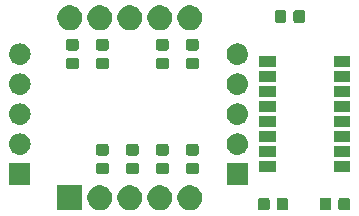
<source format=gbr>
G04 #@! TF.GenerationSoftware,KiCad,Pcbnew,(5.0.2)-1*
G04 #@! TF.CreationDate,2019-05-13T14:34:42-07:00*
G04 #@! TF.ProjectId,7_segment_display,375f7365-676d-4656-9e74-5f646973706c,rev?*
G04 #@! TF.SameCoordinates,Original*
G04 #@! TF.FileFunction,Soldermask,Bot*
G04 #@! TF.FilePolarity,Negative*
%FSLAX46Y46*%
G04 Gerber Fmt 4.6, Leading zero omitted, Abs format (unit mm)*
G04 Created by KiCad (PCBNEW (5.0.2)-1) date 5/13/2019 2:34:42 PM*
%MOMM*%
%LPD*%
G01*
G04 APERTURE LIST*
%ADD10C,0.100000*%
G04 APERTURE END LIST*
D10*
G36*
X33057091Y-17258085D02*
X33091069Y-17268393D01*
X33122387Y-17285133D01*
X33149839Y-17307661D01*
X33172367Y-17335113D01*
X33189107Y-17366431D01*
X33199415Y-17400409D01*
X33203500Y-17441890D01*
X33203500Y-18118110D01*
X33199415Y-18159591D01*
X33189107Y-18193569D01*
X33172367Y-18224887D01*
X33149839Y-18252339D01*
X33122387Y-18274867D01*
X33091069Y-18291607D01*
X33057091Y-18301915D01*
X33015610Y-18306000D01*
X32414390Y-18306000D01*
X32372909Y-18301915D01*
X32338931Y-18291607D01*
X32307613Y-18274867D01*
X32280161Y-18252339D01*
X32257633Y-18224887D01*
X32240893Y-18193569D01*
X32230585Y-18159591D01*
X32226500Y-18118110D01*
X32226500Y-17441890D01*
X32230585Y-17400409D01*
X32240893Y-17366431D01*
X32257633Y-17335113D01*
X32280161Y-17307661D01*
X32307613Y-17285133D01*
X32338931Y-17268393D01*
X32372909Y-17258085D01*
X32414390Y-17254000D01*
X33015610Y-17254000D01*
X33057091Y-17258085D01*
X33057091Y-17258085D01*
G37*
G36*
X38289591Y-17258085D02*
X38323569Y-17268393D01*
X38354887Y-17285133D01*
X38382339Y-17307661D01*
X38404867Y-17335113D01*
X38421607Y-17366431D01*
X38431915Y-17400409D01*
X38436000Y-17441890D01*
X38436000Y-18118110D01*
X38431915Y-18159591D01*
X38421607Y-18193569D01*
X38404867Y-18224887D01*
X38382339Y-18252339D01*
X38354887Y-18274867D01*
X38323569Y-18291607D01*
X38289591Y-18301915D01*
X38248110Y-18306000D01*
X37646890Y-18306000D01*
X37605409Y-18301915D01*
X37571431Y-18291607D01*
X37540113Y-18274867D01*
X37512661Y-18252339D01*
X37490133Y-18224887D01*
X37473393Y-18193569D01*
X37463085Y-18159591D01*
X37459000Y-18118110D01*
X37459000Y-17441890D01*
X37463085Y-17400409D01*
X37473393Y-17366431D01*
X37490133Y-17335113D01*
X37512661Y-17307661D01*
X37540113Y-17285133D01*
X37571431Y-17268393D01*
X37605409Y-17258085D01*
X37646890Y-17254000D01*
X38248110Y-17254000D01*
X38289591Y-17258085D01*
X38289591Y-17258085D01*
G37*
G36*
X39864591Y-17258085D02*
X39898569Y-17268393D01*
X39929887Y-17285133D01*
X39957339Y-17307661D01*
X39979867Y-17335113D01*
X39996607Y-17366431D01*
X40006915Y-17400409D01*
X40011000Y-17441890D01*
X40011000Y-18118110D01*
X40006915Y-18159591D01*
X39996607Y-18193569D01*
X39979867Y-18224887D01*
X39957339Y-18252339D01*
X39929887Y-18274867D01*
X39898569Y-18291607D01*
X39864591Y-18301915D01*
X39823110Y-18306000D01*
X39221890Y-18306000D01*
X39180409Y-18301915D01*
X39146431Y-18291607D01*
X39115113Y-18274867D01*
X39087661Y-18252339D01*
X39065133Y-18224887D01*
X39048393Y-18193569D01*
X39038085Y-18159591D01*
X39034000Y-18118110D01*
X39034000Y-17441890D01*
X39038085Y-17400409D01*
X39048393Y-17366431D01*
X39065133Y-17335113D01*
X39087661Y-17307661D01*
X39115113Y-17285133D01*
X39146431Y-17268393D01*
X39180409Y-17258085D01*
X39221890Y-17254000D01*
X39823110Y-17254000D01*
X39864591Y-17258085D01*
X39864591Y-17258085D01*
G37*
G36*
X34632091Y-17258085D02*
X34666069Y-17268393D01*
X34697387Y-17285133D01*
X34724839Y-17307661D01*
X34747367Y-17335113D01*
X34764107Y-17366431D01*
X34774415Y-17400409D01*
X34778500Y-17441890D01*
X34778500Y-18118110D01*
X34774415Y-18159591D01*
X34764107Y-18193569D01*
X34747367Y-18224887D01*
X34724839Y-18252339D01*
X34697387Y-18274867D01*
X34666069Y-18291607D01*
X34632091Y-18301915D01*
X34590610Y-18306000D01*
X33989390Y-18306000D01*
X33947909Y-18301915D01*
X33913931Y-18291607D01*
X33882613Y-18274867D01*
X33855161Y-18252339D01*
X33832633Y-18224887D01*
X33815893Y-18193569D01*
X33805585Y-18159591D01*
X33801500Y-18118110D01*
X33801500Y-17441890D01*
X33805585Y-17400409D01*
X33815893Y-17366431D01*
X33832633Y-17335113D01*
X33855161Y-17307661D01*
X33882613Y-17285133D01*
X33913931Y-17268393D01*
X33947909Y-17258085D01*
X33989390Y-17254000D01*
X34590610Y-17254000D01*
X34632091Y-17258085D01*
X34632091Y-17258085D01*
G37*
G36*
X21671566Y-16224390D02*
X21862835Y-16303616D01*
X22034977Y-16418638D01*
X22181364Y-16565025D01*
X22296386Y-16737167D01*
X22375612Y-16928436D01*
X22416001Y-17131485D01*
X22416001Y-17338517D01*
X22375612Y-17541566D01*
X22296386Y-17732835D01*
X22181364Y-17904977D01*
X22034977Y-18051364D01*
X21862835Y-18166386D01*
X21671566Y-18245612D01*
X21468517Y-18286001D01*
X21261485Y-18286001D01*
X21058436Y-18245612D01*
X20867167Y-18166386D01*
X20695025Y-18051364D01*
X20548638Y-17904977D01*
X20433616Y-17732835D01*
X20354390Y-17541566D01*
X20314001Y-17338517D01*
X20314001Y-17131485D01*
X20354390Y-16928436D01*
X20433616Y-16737167D01*
X20548638Y-16565025D01*
X20695025Y-16418638D01*
X20867167Y-16303616D01*
X21058436Y-16224390D01*
X21261485Y-16184001D01*
X21468517Y-16184001D01*
X21671566Y-16224390D01*
X21671566Y-16224390D01*
G37*
G36*
X17336001Y-18286001D02*
X15234001Y-18286001D01*
X15234001Y-16184001D01*
X17336001Y-16184001D01*
X17336001Y-18286001D01*
X17336001Y-18286001D01*
G37*
G36*
X19131566Y-16224390D02*
X19322835Y-16303616D01*
X19494977Y-16418638D01*
X19641364Y-16565025D01*
X19756386Y-16737167D01*
X19835612Y-16928436D01*
X19876001Y-17131485D01*
X19876001Y-17338517D01*
X19835612Y-17541566D01*
X19756386Y-17732835D01*
X19641364Y-17904977D01*
X19494977Y-18051364D01*
X19322835Y-18166386D01*
X19131566Y-18245612D01*
X18928517Y-18286001D01*
X18721485Y-18286001D01*
X18518436Y-18245612D01*
X18327167Y-18166386D01*
X18155025Y-18051364D01*
X18008638Y-17904977D01*
X17893616Y-17732835D01*
X17814390Y-17541566D01*
X17774001Y-17338517D01*
X17774001Y-17131485D01*
X17814390Y-16928436D01*
X17893616Y-16737167D01*
X18008638Y-16565025D01*
X18155025Y-16418638D01*
X18327167Y-16303616D01*
X18518436Y-16224390D01*
X18721485Y-16184001D01*
X18928517Y-16184001D01*
X19131566Y-16224390D01*
X19131566Y-16224390D01*
G37*
G36*
X24211566Y-16224390D02*
X24402835Y-16303616D01*
X24574977Y-16418638D01*
X24721364Y-16565025D01*
X24836386Y-16737167D01*
X24915612Y-16928436D01*
X24956001Y-17131485D01*
X24956001Y-17338517D01*
X24915612Y-17541566D01*
X24836386Y-17732835D01*
X24721364Y-17904977D01*
X24574977Y-18051364D01*
X24402835Y-18166386D01*
X24211566Y-18245612D01*
X24008517Y-18286001D01*
X23801485Y-18286001D01*
X23598436Y-18245612D01*
X23407167Y-18166386D01*
X23235025Y-18051364D01*
X23088638Y-17904977D01*
X22973616Y-17732835D01*
X22894390Y-17541566D01*
X22854001Y-17338517D01*
X22854001Y-17131485D01*
X22894390Y-16928436D01*
X22973616Y-16737167D01*
X23088638Y-16565025D01*
X23235025Y-16418638D01*
X23407167Y-16303616D01*
X23598436Y-16224390D01*
X23801485Y-16184001D01*
X24008517Y-16184001D01*
X24211566Y-16224390D01*
X24211566Y-16224390D01*
G37*
G36*
X26751566Y-16224390D02*
X26942835Y-16303616D01*
X27114977Y-16418638D01*
X27261364Y-16565025D01*
X27376386Y-16737167D01*
X27455612Y-16928436D01*
X27496001Y-17131485D01*
X27496001Y-17338517D01*
X27455612Y-17541566D01*
X27376386Y-17732835D01*
X27261364Y-17904977D01*
X27114977Y-18051364D01*
X26942835Y-18166386D01*
X26751566Y-18245612D01*
X26548517Y-18286001D01*
X26341485Y-18286001D01*
X26138436Y-18245612D01*
X25947167Y-18166386D01*
X25775025Y-18051364D01*
X25628638Y-17904977D01*
X25513616Y-17732835D01*
X25434390Y-17541566D01*
X25394001Y-17338517D01*
X25394001Y-17131485D01*
X25434390Y-16928436D01*
X25513616Y-16737167D01*
X25628638Y-16565025D01*
X25775025Y-16418638D01*
X25947167Y-16303616D01*
X26138436Y-16224390D01*
X26341485Y-16184001D01*
X26548517Y-16184001D01*
X26751566Y-16224390D01*
X26751566Y-16224390D01*
G37*
G36*
X31381000Y-16141000D02*
X29579000Y-16141000D01*
X29579000Y-14339000D01*
X31381000Y-14339000D01*
X31381000Y-16141000D01*
X31381000Y-16141000D01*
G37*
G36*
X12966000Y-16141000D02*
X11164000Y-16141000D01*
X11164000Y-14339000D01*
X12966000Y-14339000D01*
X12966000Y-16141000D01*
X12966000Y-16141000D01*
G37*
G36*
X19429591Y-14273085D02*
X19463569Y-14283393D01*
X19494887Y-14300133D01*
X19522339Y-14322661D01*
X19544867Y-14350113D01*
X19561607Y-14381431D01*
X19571915Y-14415409D01*
X19576000Y-14456890D01*
X19576000Y-15058110D01*
X19571915Y-15099591D01*
X19561607Y-15133569D01*
X19544867Y-15164887D01*
X19522339Y-15192339D01*
X19494887Y-15214867D01*
X19463569Y-15231607D01*
X19429591Y-15241915D01*
X19388110Y-15246000D01*
X18711890Y-15246000D01*
X18670409Y-15241915D01*
X18636431Y-15231607D01*
X18605113Y-15214867D01*
X18577661Y-15192339D01*
X18555133Y-15164887D01*
X18538393Y-15133569D01*
X18528085Y-15099591D01*
X18524000Y-15058110D01*
X18524000Y-14456890D01*
X18528085Y-14415409D01*
X18538393Y-14381431D01*
X18555133Y-14350113D01*
X18577661Y-14322661D01*
X18605113Y-14300133D01*
X18636431Y-14283393D01*
X18670409Y-14273085D01*
X18711890Y-14269000D01*
X19388110Y-14269000D01*
X19429591Y-14273085D01*
X19429591Y-14273085D01*
G37*
G36*
X21969591Y-14273085D02*
X22003569Y-14283393D01*
X22034887Y-14300133D01*
X22062339Y-14322661D01*
X22084867Y-14350113D01*
X22101607Y-14381431D01*
X22111915Y-14415409D01*
X22116000Y-14456890D01*
X22116000Y-15058110D01*
X22111915Y-15099591D01*
X22101607Y-15133569D01*
X22084867Y-15164887D01*
X22062339Y-15192339D01*
X22034887Y-15214867D01*
X22003569Y-15231607D01*
X21969591Y-15241915D01*
X21928110Y-15246000D01*
X21251890Y-15246000D01*
X21210409Y-15241915D01*
X21176431Y-15231607D01*
X21145113Y-15214867D01*
X21117661Y-15192339D01*
X21095133Y-15164887D01*
X21078393Y-15133569D01*
X21068085Y-15099591D01*
X21064000Y-15058110D01*
X21064000Y-14456890D01*
X21068085Y-14415409D01*
X21078393Y-14381431D01*
X21095133Y-14350113D01*
X21117661Y-14322661D01*
X21145113Y-14300133D01*
X21176431Y-14283393D01*
X21210409Y-14273085D01*
X21251890Y-14269000D01*
X21928110Y-14269000D01*
X21969591Y-14273085D01*
X21969591Y-14273085D01*
G37*
G36*
X24509591Y-14273085D02*
X24543569Y-14283393D01*
X24574887Y-14300133D01*
X24602339Y-14322661D01*
X24624867Y-14350113D01*
X24641607Y-14381431D01*
X24651915Y-14415409D01*
X24656000Y-14456890D01*
X24656000Y-15058110D01*
X24651915Y-15099591D01*
X24641607Y-15133569D01*
X24624867Y-15164887D01*
X24602339Y-15192339D01*
X24574887Y-15214867D01*
X24543569Y-15231607D01*
X24509591Y-15241915D01*
X24468110Y-15246000D01*
X23791890Y-15246000D01*
X23750409Y-15241915D01*
X23716431Y-15231607D01*
X23685113Y-15214867D01*
X23657661Y-15192339D01*
X23635133Y-15164887D01*
X23618393Y-15133569D01*
X23608085Y-15099591D01*
X23604000Y-15058110D01*
X23604000Y-14456890D01*
X23608085Y-14415409D01*
X23618393Y-14381431D01*
X23635133Y-14350113D01*
X23657661Y-14322661D01*
X23685113Y-14300133D01*
X23716431Y-14283393D01*
X23750409Y-14273085D01*
X23791890Y-14269000D01*
X24468110Y-14269000D01*
X24509591Y-14273085D01*
X24509591Y-14273085D01*
G37*
G36*
X27049591Y-14273085D02*
X27083569Y-14283393D01*
X27114887Y-14300133D01*
X27142339Y-14322661D01*
X27164867Y-14350113D01*
X27181607Y-14381431D01*
X27191915Y-14415409D01*
X27196000Y-14456890D01*
X27196000Y-15058110D01*
X27191915Y-15099591D01*
X27181607Y-15133569D01*
X27164867Y-15164887D01*
X27142339Y-15192339D01*
X27114887Y-15214867D01*
X27083569Y-15231607D01*
X27049591Y-15241915D01*
X27008110Y-15246000D01*
X26331890Y-15246000D01*
X26290409Y-15241915D01*
X26256431Y-15231607D01*
X26225113Y-15214867D01*
X26197661Y-15192339D01*
X26175133Y-15164887D01*
X26158393Y-15133569D01*
X26148085Y-15099591D01*
X26144000Y-15058110D01*
X26144000Y-14456890D01*
X26148085Y-14415409D01*
X26158393Y-14381431D01*
X26175133Y-14350113D01*
X26197661Y-14322661D01*
X26225113Y-14300133D01*
X26256431Y-14283393D01*
X26290409Y-14273085D01*
X26331890Y-14269000D01*
X27008110Y-14269000D01*
X27049591Y-14273085D01*
X27049591Y-14273085D01*
G37*
G36*
X33746000Y-15061000D02*
X32344000Y-15061000D01*
X32344000Y-14159000D01*
X33746000Y-14159000D01*
X33746000Y-15061000D01*
X33746000Y-15061000D01*
G37*
G36*
X40046000Y-15061000D02*
X38644000Y-15061000D01*
X38644000Y-14159000D01*
X40046000Y-14159000D01*
X40046000Y-15061000D01*
X40046000Y-15061000D01*
G37*
G36*
X40046000Y-13781000D02*
X38644000Y-13781000D01*
X38644000Y-12879000D01*
X40046000Y-12879000D01*
X40046000Y-13781000D01*
X40046000Y-13781000D01*
G37*
G36*
X33746000Y-13781000D02*
X32344000Y-13781000D01*
X32344000Y-12879000D01*
X33746000Y-12879000D01*
X33746000Y-13781000D01*
X33746000Y-13781000D01*
G37*
G36*
X27049591Y-12698085D02*
X27083569Y-12708393D01*
X27114887Y-12725133D01*
X27142339Y-12747661D01*
X27164867Y-12775113D01*
X27181607Y-12806431D01*
X27191915Y-12840409D01*
X27196000Y-12881890D01*
X27196000Y-13483110D01*
X27191915Y-13524591D01*
X27181607Y-13558569D01*
X27164867Y-13589887D01*
X27142339Y-13617339D01*
X27114887Y-13639867D01*
X27083569Y-13656607D01*
X27049591Y-13666915D01*
X27008110Y-13671000D01*
X26331890Y-13671000D01*
X26290409Y-13666915D01*
X26256431Y-13656607D01*
X26225113Y-13639867D01*
X26197661Y-13617339D01*
X26175133Y-13589887D01*
X26158393Y-13558569D01*
X26148085Y-13524591D01*
X26144000Y-13483110D01*
X26144000Y-12881890D01*
X26148085Y-12840409D01*
X26158393Y-12806431D01*
X26175133Y-12775113D01*
X26197661Y-12747661D01*
X26225113Y-12725133D01*
X26256431Y-12708393D01*
X26290409Y-12698085D01*
X26331890Y-12694000D01*
X27008110Y-12694000D01*
X27049591Y-12698085D01*
X27049591Y-12698085D01*
G37*
G36*
X24509591Y-12698085D02*
X24543569Y-12708393D01*
X24574887Y-12725133D01*
X24602339Y-12747661D01*
X24624867Y-12775113D01*
X24641607Y-12806431D01*
X24651915Y-12840409D01*
X24656000Y-12881890D01*
X24656000Y-13483110D01*
X24651915Y-13524591D01*
X24641607Y-13558569D01*
X24624867Y-13589887D01*
X24602339Y-13617339D01*
X24574887Y-13639867D01*
X24543569Y-13656607D01*
X24509591Y-13666915D01*
X24468110Y-13671000D01*
X23791890Y-13671000D01*
X23750409Y-13666915D01*
X23716431Y-13656607D01*
X23685113Y-13639867D01*
X23657661Y-13617339D01*
X23635133Y-13589887D01*
X23618393Y-13558569D01*
X23608085Y-13524591D01*
X23604000Y-13483110D01*
X23604000Y-12881890D01*
X23608085Y-12840409D01*
X23618393Y-12806431D01*
X23635133Y-12775113D01*
X23657661Y-12747661D01*
X23685113Y-12725133D01*
X23716431Y-12708393D01*
X23750409Y-12698085D01*
X23791890Y-12694000D01*
X24468110Y-12694000D01*
X24509591Y-12698085D01*
X24509591Y-12698085D01*
G37*
G36*
X21969591Y-12698085D02*
X22003569Y-12708393D01*
X22034887Y-12725133D01*
X22062339Y-12747661D01*
X22084867Y-12775113D01*
X22101607Y-12806431D01*
X22111915Y-12840409D01*
X22116000Y-12881890D01*
X22116000Y-13483110D01*
X22111915Y-13524591D01*
X22101607Y-13558569D01*
X22084867Y-13589887D01*
X22062339Y-13617339D01*
X22034887Y-13639867D01*
X22003569Y-13656607D01*
X21969591Y-13666915D01*
X21928110Y-13671000D01*
X21251890Y-13671000D01*
X21210409Y-13666915D01*
X21176431Y-13656607D01*
X21145113Y-13639867D01*
X21117661Y-13617339D01*
X21095133Y-13589887D01*
X21078393Y-13558569D01*
X21068085Y-13524591D01*
X21064000Y-13483110D01*
X21064000Y-12881890D01*
X21068085Y-12840409D01*
X21078393Y-12806431D01*
X21095133Y-12775113D01*
X21117661Y-12747661D01*
X21145113Y-12725133D01*
X21176431Y-12708393D01*
X21210409Y-12698085D01*
X21251890Y-12694000D01*
X21928110Y-12694000D01*
X21969591Y-12698085D01*
X21969591Y-12698085D01*
G37*
G36*
X19429591Y-12698085D02*
X19463569Y-12708393D01*
X19494887Y-12725133D01*
X19522339Y-12747661D01*
X19544867Y-12775113D01*
X19561607Y-12806431D01*
X19571915Y-12840409D01*
X19576000Y-12881890D01*
X19576000Y-13483110D01*
X19571915Y-13524591D01*
X19561607Y-13558569D01*
X19544867Y-13589887D01*
X19522339Y-13617339D01*
X19494887Y-13639867D01*
X19463569Y-13656607D01*
X19429591Y-13666915D01*
X19388110Y-13671000D01*
X18711890Y-13671000D01*
X18670409Y-13666915D01*
X18636431Y-13656607D01*
X18605113Y-13639867D01*
X18577661Y-13617339D01*
X18555133Y-13589887D01*
X18538393Y-13558569D01*
X18528085Y-13524591D01*
X18524000Y-13483110D01*
X18524000Y-12881890D01*
X18528085Y-12840409D01*
X18538393Y-12806431D01*
X18555133Y-12775113D01*
X18577661Y-12747661D01*
X18605113Y-12725133D01*
X18636431Y-12708393D01*
X18670409Y-12698085D01*
X18711890Y-12694000D01*
X19388110Y-12694000D01*
X19429591Y-12698085D01*
X19429591Y-12698085D01*
G37*
G36*
X12175443Y-11805519D02*
X12241627Y-11812037D01*
X12354853Y-11846384D01*
X12411467Y-11863557D01*
X12550087Y-11937652D01*
X12567991Y-11947222D01*
X12603729Y-11976552D01*
X12705186Y-12059814D01*
X12788448Y-12161271D01*
X12817778Y-12197009D01*
X12817779Y-12197011D01*
X12901443Y-12353533D01*
X12901443Y-12353534D01*
X12952963Y-12523373D01*
X12970359Y-12700000D01*
X12952963Y-12876627D01*
X12934270Y-12938250D01*
X12901443Y-13046467D01*
X12827348Y-13185087D01*
X12817778Y-13202991D01*
X12788448Y-13238729D01*
X12705186Y-13340186D01*
X12603729Y-13423448D01*
X12567991Y-13452778D01*
X12567989Y-13452779D01*
X12411467Y-13536443D01*
X12354853Y-13553616D01*
X12241627Y-13587963D01*
X12175443Y-13594481D01*
X12109260Y-13601000D01*
X12020740Y-13601000D01*
X11954557Y-13594481D01*
X11888373Y-13587963D01*
X11775147Y-13553616D01*
X11718533Y-13536443D01*
X11562011Y-13452779D01*
X11562009Y-13452778D01*
X11526271Y-13423448D01*
X11424814Y-13340186D01*
X11341552Y-13238729D01*
X11312222Y-13202991D01*
X11302652Y-13185087D01*
X11228557Y-13046467D01*
X11195730Y-12938250D01*
X11177037Y-12876627D01*
X11159641Y-12700000D01*
X11177037Y-12523373D01*
X11228557Y-12353534D01*
X11228557Y-12353533D01*
X11312221Y-12197011D01*
X11312222Y-12197009D01*
X11341552Y-12161271D01*
X11424814Y-12059814D01*
X11526271Y-11976552D01*
X11562009Y-11947222D01*
X11579913Y-11937652D01*
X11718533Y-11863557D01*
X11775147Y-11846384D01*
X11888373Y-11812037D01*
X11954557Y-11805519D01*
X12020740Y-11799000D01*
X12109260Y-11799000D01*
X12175443Y-11805519D01*
X12175443Y-11805519D01*
G37*
G36*
X30590443Y-11805519D02*
X30656627Y-11812037D01*
X30769853Y-11846384D01*
X30826467Y-11863557D01*
X30965087Y-11937652D01*
X30982991Y-11947222D01*
X31018729Y-11976552D01*
X31120186Y-12059814D01*
X31203448Y-12161271D01*
X31232778Y-12197009D01*
X31232779Y-12197011D01*
X31316443Y-12353533D01*
X31316443Y-12353534D01*
X31367963Y-12523373D01*
X31385359Y-12700000D01*
X31367963Y-12876627D01*
X31349270Y-12938250D01*
X31316443Y-13046467D01*
X31242348Y-13185087D01*
X31232778Y-13202991D01*
X31203448Y-13238729D01*
X31120186Y-13340186D01*
X31018729Y-13423448D01*
X30982991Y-13452778D01*
X30982989Y-13452779D01*
X30826467Y-13536443D01*
X30769853Y-13553616D01*
X30656627Y-13587963D01*
X30590443Y-13594481D01*
X30524260Y-13601000D01*
X30435740Y-13601000D01*
X30369557Y-13594481D01*
X30303373Y-13587963D01*
X30190147Y-13553616D01*
X30133533Y-13536443D01*
X29977011Y-13452779D01*
X29977009Y-13452778D01*
X29941271Y-13423448D01*
X29839814Y-13340186D01*
X29756552Y-13238729D01*
X29727222Y-13202991D01*
X29717652Y-13185087D01*
X29643557Y-13046467D01*
X29610730Y-12938250D01*
X29592037Y-12876627D01*
X29574641Y-12700000D01*
X29592037Y-12523373D01*
X29643557Y-12353534D01*
X29643557Y-12353533D01*
X29727221Y-12197011D01*
X29727222Y-12197009D01*
X29756552Y-12161271D01*
X29839814Y-12059814D01*
X29941271Y-11976552D01*
X29977009Y-11947222D01*
X29994913Y-11937652D01*
X30133533Y-11863557D01*
X30190147Y-11846384D01*
X30303373Y-11812037D01*
X30369557Y-11805519D01*
X30435740Y-11799000D01*
X30524260Y-11799000D01*
X30590443Y-11805519D01*
X30590443Y-11805519D01*
G37*
G36*
X40046000Y-12521000D02*
X38644000Y-12521000D01*
X38644000Y-11619000D01*
X40046000Y-11619000D01*
X40046000Y-12521000D01*
X40046000Y-12521000D01*
G37*
G36*
X33746000Y-12521000D02*
X32344000Y-12521000D01*
X32344000Y-11619000D01*
X33746000Y-11619000D01*
X33746000Y-12521000D01*
X33746000Y-12521000D01*
G37*
G36*
X40046000Y-11251000D02*
X38644000Y-11251000D01*
X38644000Y-10349000D01*
X40046000Y-10349000D01*
X40046000Y-11251000D01*
X40046000Y-11251000D01*
G37*
G36*
X33746000Y-11251000D02*
X32344000Y-11251000D01*
X32344000Y-10349000D01*
X33746000Y-10349000D01*
X33746000Y-11251000D01*
X33746000Y-11251000D01*
G37*
G36*
X30590442Y-9265518D02*
X30656627Y-9272037D01*
X30769853Y-9306384D01*
X30826467Y-9323557D01*
X30965087Y-9397652D01*
X30982991Y-9407222D01*
X31018729Y-9436552D01*
X31120186Y-9519814D01*
X31203448Y-9621271D01*
X31232778Y-9657009D01*
X31232779Y-9657011D01*
X31316443Y-9813533D01*
X31316443Y-9813534D01*
X31367963Y-9983373D01*
X31385359Y-10160000D01*
X31367963Y-10336627D01*
X31333616Y-10449853D01*
X31316443Y-10506467D01*
X31242348Y-10645087D01*
X31232778Y-10662991D01*
X31203448Y-10698729D01*
X31120186Y-10800186D01*
X31018729Y-10883448D01*
X30982991Y-10912778D01*
X30982989Y-10912779D01*
X30826467Y-10996443D01*
X30769853Y-11013616D01*
X30656627Y-11047963D01*
X30590443Y-11054481D01*
X30524260Y-11061000D01*
X30435740Y-11061000D01*
X30369557Y-11054481D01*
X30303373Y-11047963D01*
X30190147Y-11013616D01*
X30133533Y-10996443D01*
X29977011Y-10912779D01*
X29977009Y-10912778D01*
X29941271Y-10883448D01*
X29839814Y-10800186D01*
X29756552Y-10698729D01*
X29727222Y-10662991D01*
X29717652Y-10645087D01*
X29643557Y-10506467D01*
X29626384Y-10449853D01*
X29592037Y-10336627D01*
X29574641Y-10160000D01*
X29592037Y-9983373D01*
X29643557Y-9813534D01*
X29643557Y-9813533D01*
X29727221Y-9657011D01*
X29727222Y-9657009D01*
X29756552Y-9621271D01*
X29839814Y-9519814D01*
X29941271Y-9436552D01*
X29977009Y-9407222D01*
X29994913Y-9397652D01*
X30133533Y-9323557D01*
X30190147Y-9306384D01*
X30303373Y-9272037D01*
X30369558Y-9265518D01*
X30435740Y-9259000D01*
X30524260Y-9259000D01*
X30590442Y-9265518D01*
X30590442Y-9265518D01*
G37*
G36*
X12175442Y-9265518D02*
X12241627Y-9272037D01*
X12354853Y-9306384D01*
X12411467Y-9323557D01*
X12550087Y-9397652D01*
X12567991Y-9407222D01*
X12603729Y-9436552D01*
X12705186Y-9519814D01*
X12788448Y-9621271D01*
X12817778Y-9657009D01*
X12817779Y-9657011D01*
X12901443Y-9813533D01*
X12901443Y-9813534D01*
X12952963Y-9983373D01*
X12970359Y-10160000D01*
X12952963Y-10336627D01*
X12918616Y-10449853D01*
X12901443Y-10506467D01*
X12827348Y-10645087D01*
X12817778Y-10662991D01*
X12788448Y-10698729D01*
X12705186Y-10800186D01*
X12603729Y-10883448D01*
X12567991Y-10912778D01*
X12567989Y-10912779D01*
X12411467Y-10996443D01*
X12354853Y-11013616D01*
X12241627Y-11047963D01*
X12175443Y-11054481D01*
X12109260Y-11061000D01*
X12020740Y-11061000D01*
X11954557Y-11054481D01*
X11888373Y-11047963D01*
X11775147Y-11013616D01*
X11718533Y-10996443D01*
X11562011Y-10912779D01*
X11562009Y-10912778D01*
X11526271Y-10883448D01*
X11424814Y-10800186D01*
X11341552Y-10698729D01*
X11312222Y-10662991D01*
X11302652Y-10645087D01*
X11228557Y-10506467D01*
X11211384Y-10449853D01*
X11177037Y-10336627D01*
X11159641Y-10160000D01*
X11177037Y-9983373D01*
X11228557Y-9813534D01*
X11228557Y-9813533D01*
X11312221Y-9657011D01*
X11312222Y-9657009D01*
X11341552Y-9621271D01*
X11424814Y-9519814D01*
X11526271Y-9436552D01*
X11562009Y-9407222D01*
X11579913Y-9397652D01*
X11718533Y-9323557D01*
X11775147Y-9306384D01*
X11888373Y-9272037D01*
X11954558Y-9265518D01*
X12020740Y-9259000D01*
X12109260Y-9259000D01*
X12175442Y-9265518D01*
X12175442Y-9265518D01*
G37*
G36*
X40046000Y-9971000D02*
X38644000Y-9971000D01*
X38644000Y-9069000D01*
X40046000Y-9069000D01*
X40046000Y-9971000D01*
X40046000Y-9971000D01*
G37*
G36*
X33746000Y-9971000D02*
X32344000Y-9971000D01*
X32344000Y-9069000D01*
X33746000Y-9069000D01*
X33746000Y-9971000D01*
X33746000Y-9971000D01*
G37*
G36*
X33746000Y-8701000D02*
X32344000Y-8701000D01*
X32344000Y-7799000D01*
X33746000Y-7799000D01*
X33746000Y-8701000D01*
X33746000Y-8701000D01*
G37*
G36*
X40046000Y-8701000D02*
X38644000Y-8701000D01*
X38644000Y-7799000D01*
X40046000Y-7799000D01*
X40046000Y-8701000D01*
X40046000Y-8701000D01*
G37*
G36*
X30590442Y-6725518D02*
X30656627Y-6732037D01*
X30769853Y-6766384D01*
X30826467Y-6783557D01*
X30965087Y-6857652D01*
X30982991Y-6867222D01*
X31018729Y-6896552D01*
X31120186Y-6979814D01*
X31203448Y-7081271D01*
X31232778Y-7117009D01*
X31232779Y-7117011D01*
X31316443Y-7273533D01*
X31316443Y-7273534D01*
X31367963Y-7443373D01*
X31385359Y-7620000D01*
X31367963Y-7796627D01*
X31367243Y-7799000D01*
X31316443Y-7966467D01*
X31242348Y-8105087D01*
X31232778Y-8122991D01*
X31203448Y-8158729D01*
X31120186Y-8260186D01*
X31018729Y-8343448D01*
X30982991Y-8372778D01*
X30982989Y-8372779D01*
X30826467Y-8456443D01*
X30769853Y-8473616D01*
X30656627Y-8507963D01*
X30590443Y-8514481D01*
X30524260Y-8521000D01*
X30435740Y-8521000D01*
X30369557Y-8514481D01*
X30303373Y-8507963D01*
X30190147Y-8473616D01*
X30133533Y-8456443D01*
X29977011Y-8372779D01*
X29977009Y-8372778D01*
X29941271Y-8343448D01*
X29839814Y-8260186D01*
X29756552Y-8158729D01*
X29727222Y-8122991D01*
X29717652Y-8105087D01*
X29643557Y-7966467D01*
X29592757Y-7799000D01*
X29592037Y-7796627D01*
X29574641Y-7620000D01*
X29592037Y-7443373D01*
X29643557Y-7273534D01*
X29643557Y-7273533D01*
X29727221Y-7117011D01*
X29727222Y-7117009D01*
X29756552Y-7081271D01*
X29839814Y-6979814D01*
X29941271Y-6896552D01*
X29977009Y-6867222D01*
X29994913Y-6857652D01*
X30133533Y-6783557D01*
X30190147Y-6766384D01*
X30303373Y-6732037D01*
X30369558Y-6725518D01*
X30435740Y-6719000D01*
X30524260Y-6719000D01*
X30590442Y-6725518D01*
X30590442Y-6725518D01*
G37*
G36*
X12175442Y-6725518D02*
X12241627Y-6732037D01*
X12354853Y-6766384D01*
X12411467Y-6783557D01*
X12550087Y-6857652D01*
X12567991Y-6867222D01*
X12603729Y-6896552D01*
X12705186Y-6979814D01*
X12788448Y-7081271D01*
X12817778Y-7117009D01*
X12817779Y-7117011D01*
X12901443Y-7273533D01*
X12901443Y-7273534D01*
X12952963Y-7443373D01*
X12970359Y-7620000D01*
X12952963Y-7796627D01*
X12952243Y-7799000D01*
X12901443Y-7966467D01*
X12827348Y-8105087D01*
X12817778Y-8122991D01*
X12788448Y-8158729D01*
X12705186Y-8260186D01*
X12603729Y-8343448D01*
X12567991Y-8372778D01*
X12567989Y-8372779D01*
X12411467Y-8456443D01*
X12354853Y-8473616D01*
X12241627Y-8507963D01*
X12175443Y-8514481D01*
X12109260Y-8521000D01*
X12020740Y-8521000D01*
X11954557Y-8514481D01*
X11888373Y-8507963D01*
X11775147Y-8473616D01*
X11718533Y-8456443D01*
X11562011Y-8372779D01*
X11562009Y-8372778D01*
X11526271Y-8343448D01*
X11424814Y-8260186D01*
X11341552Y-8158729D01*
X11312222Y-8122991D01*
X11302652Y-8105087D01*
X11228557Y-7966467D01*
X11177757Y-7799000D01*
X11177037Y-7796627D01*
X11159641Y-7620000D01*
X11177037Y-7443373D01*
X11228557Y-7273534D01*
X11228557Y-7273533D01*
X11312221Y-7117011D01*
X11312222Y-7117009D01*
X11341552Y-7081271D01*
X11424814Y-6979814D01*
X11526271Y-6896552D01*
X11562009Y-6867222D01*
X11579913Y-6857652D01*
X11718533Y-6783557D01*
X11775147Y-6766384D01*
X11888373Y-6732037D01*
X11954558Y-6725518D01*
X12020740Y-6719000D01*
X12109260Y-6719000D01*
X12175442Y-6725518D01*
X12175442Y-6725518D01*
G37*
G36*
X40046000Y-7441000D02*
X38644000Y-7441000D01*
X38644000Y-6539000D01*
X40046000Y-6539000D01*
X40046000Y-7441000D01*
X40046000Y-7441000D01*
G37*
G36*
X33746000Y-7441000D02*
X32344000Y-7441000D01*
X32344000Y-6539000D01*
X33746000Y-6539000D01*
X33746000Y-7441000D01*
X33746000Y-7441000D01*
G37*
G36*
X19429591Y-5383085D02*
X19463569Y-5393393D01*
X19494887Y-5410133D01*
X19522339Y-5432661D01*
X19544867Y-5460113D01*
X19561607Y-5491431D01*
X19571915Y-5525409D01*
X19576000Y-5566890D01*
X19576000Y-6168110D01*
X19571915Y-6209591D01*
X19561607Y-6243569D01*
X19544867Y-6274887D01*
X19522339Y-6302339D01*
X19494887Y-6324867D01*
X19463569Y-6341607D01*
X19429591Y-6351915D01*
X19388110Y-6356000D01*
X18711890Y-6356000D01*
X18670409Y-6351915D01*
X18636431Y-6341607D01*
X18605113Y-6324867D01*
X18577661Y-6302339D01*
X18555133Y-6274887D01*
X18538393Y-6243569D01*
X18528085Y-6209591D01*
X18524000Y-6168110D01*
X18524000Y-5566890D01*
X18528085Y-5525409D01*
X18538393Y-5491431D01*
X18555133Y-5460113D01*
X18577661Y-5432661D01*
X18605113Y-5410133D01*
X18636431Y-5393393D01*
X18670409Y-5383085D01*
X18711890Y-5379000D01*
X19388110Y-5379000D01*
X19429591Y-5383085D01*
X19429591Y-5383085D01*
G37*
G36*
X16889591Y-5383085D02*
X16923569Y-5393393D01*
X16954887Y-5410133D01*
X16982339Y-5432661D01*
X17004867Y-5460113D01*
X17021607Y-5491431D01*
X17031915Y-5525409D01*
X17036000Y-5566890D01*
X17036000Y-6168110D01*
X17031915Y-6209591D01*
X17021607Y-6243569D01*
X17004867Y-6274887D01*
X16982339Y-6302339D01*
X16954887Y-6324867D01*
X16923569Y-6341607D01*
X16889591Y-6351915D01*
X16848110Y-6356000D01*
X16171890Y-6356000D01*
X16130409Y-6351915D01*
X16096431Y-6341607D01*
X16065113Y-6324867D01*
X16037661Y-6302339D01*
X16015133Y-6274887D01*
X15998393Y-6243569D01*
X15988085Y-6209591D01*
X15984000Y-6168110D01*
X15984000Y-5566890D01*
X15988085Y-5525409D01*
X15998393Y-5491431D01*
X16015133Y-5460113D01*
X16037661Y-5432661D01*
X16065113Y-5410133D01*
X16096431Y-5393393D01*
X16130409Y-5383085D01*
X16171890Y-5379000D01*
X16848110Y-5379000D01*
X16889591Y-5383085D01*
X16889591Y-5383085D01*
G37*
G36*
X24509591Y-5383085D02*
X24543569Y-5393393D01*
X24574887Y-5410133D01*
X24602339Y-5432661D01*
X24624867Y-5460113D01*
X24641607Y-5491431D01*
X24651915Y-5525409D01*
X24656000Y-5566890D01*
X24656000Y-6168110D01*
X24651915Y-6209591D01*
X24641607Y-6243569D01*
X24624867Y-6274887D01*
X24602339Y-6302339D01*
X24574887Y-6324867D01*
X24543569Y-6341607D01*
X24509591Y-6351915D01*
X24468110Y-6356000D01*
X23791890Y-6356000D01*
X23750409Y-6351915D01*
X23716431Y-6341607D01*
X23685113Y-6324867D01*
X23657661Y-6302339D01*
X23635133Y-6274887D01*
X23618393Y-6243569D01*
X23608085Y-6209591D01*
X23604000Y-6168110D01*
X23604000Y-5566890D01*
X23608085Y-5525409D01*
X23618393Y-5491431D01*
X23635133Y-5460113D01*
X23657661Y-5432661D01*
X23685113Y-5410133D01*
X23716431Y-5393393D01*
X23750409Y-5383085D01*
X23791890Y-5379000D01*
X24468110Y-5379000D01*
X24509591Y-5383085D01*
X24509591Y-5383085D01*
G37*
G36*
X27049591Y-5383085D02*
X27083569Y-5393393D01*
X27114887Y-5410133D01*
X27142339Y-5432661D01*
X27164867Y-5460113D01*
X27181607Y-5491431D01*
X27191915Y-5525409D01*
X27196000Y-5566890D01*
X27196000Y-6168110D01*
X27191915Y-6209591D01*
X27181607Y-6243569D01*
X27164867Y-6274887D01*
X27142339Y-6302339D01*
X27114887Y-6324867D01*
X27083569Y-6341607D01*
X27049591Y-6351915D01*
X27008110Y-6356000D01*
X26331890Y-6356000D01*
X26290409Y-6351915D01*
X26256431Y-6341607D01*
X26225113Y-6324867D01*
X26197661Y-6302339D01*
X26175133Y-6274887D01*
X26158393Y-6243569D01*
X26148085Y-6209591D01*
X26144000Y-6168110D01*
X26144000Y-5566890D01*
X26148085Y-5525409D01*
X26158393Y-5491431D01*
X26175133Y-5460113D01*
X26197661Y-5432661D01*
X26225113Y-5410133D01*
X26256431Y-5393393D01*
X26290409Y-5383085D01*
X26331890Y-5379000D01*
X27008110Y-5379000D01*
X27049591Y-5383085D01*
X27049591Y-5383085D01*
G37*
G36*
X33746000Y-6161000D02*
X32344000Y-6161000D01*
X32344000Y-5259000D01*
X33746000Y-5259000D01*
X33746000Y-6161000D01*
X33746000Y-6161000D01*
G37*
G36*
X40046000Y-6161000D02*
X38644000Y-6161000D01*
X38644000Y-5259000D01*
X40046000Y-5259000D01*
X40046000Y-6161000D01*
X40046000Y-6161000D01*
G37*
G36*
X12175443Y-4185519D02*
X12241627Y-4192037D01*
X12354853Y-4226384D01*
X12411467Y-4243557D01*
X12550087Y-4317652D01*
X12567991Y-4327222D01*
X12603729Y-4356552D01*
X12705186Y-4439814D01*
X12784738Y-4536750D01*
X12817778Y-4577009D01*
X12817779Y-4577011D01*
X12901443Y-4733533D01*
X12915842Y-4781000D01*
X12952963Y-4903373D01*
X12970359Y-5080000D01*
X12952963Y-5256627D01*
X12952243Y-5259000D01*
X12901443Y-5426467D01*
X12846220Y-5529780D01*
X12817778Y-5582991D01*
X12788448Y-5618729D01*
X12705186Y-5720186D01*
X12603729Y-5803448D01*
X12567991Y-5832778D01*
X12567989Y-5832779D01*
X12411467Y-5916443D01*
X12354853Y-5933616D01*
X12241627Y-5967963D01*
X12175443Y-5974481D01*
X12109260Y-5981000D01*
X12020740Y-5981000D01*
X11954557Y-5974481D01*
X11888373Y-5967963D01*
X11775147Y-5933616D01*
X11718533Y-5916443D01*
X11562011Y-5832779D01*
X11562009Y-5832778D01*
X11526271Y-5803448D01*
X11424814Y-5720186D01*
X11341552Y-5618729D01*
X11312222Y-5582991D01*
X11283780Y-5529780D01*
X11228557Y-5426467D01*
X11177757Y-5259000D01*
X11177037Y-5256627D01*
X11159641Y-5080000D01*
X11177037Y-4903373D01*
X11214158Y-4781000D01*
X11228557Y-4733533D01*
X11312221Y-4577011D01*
X11312222Y-4577009D01*
X11345262Y-4536750D01*
X11424814Y-4439814D01*
X11526271Y-4356552D01*
X11562009Y-4327222D01*
X11579913Y-4317652D01*
X11718533Y-4243557D01*
X11775147Y-4226384D01*
X11888373Y-4192037D01*
X11954557Y-4185519D01*
X12020740Y-4179000D01*
X12109260Y-4179000D01*
X12175443Y-4185519D01*
X12175443Y-4185519D01*
G37*
G36*
X30590443Y-4185519D02*
X30656627Y-4192037D01*
X30769853Y-4226384D01*
X30826467Y-4243557D01*
X30965087Y-4317652D01*
X30982991Y-4327222D01*
X31018729Y-4356552D01*
X31120186Y-4439814D01*
X31199738Y-4536750D01*
X31232778Y-4577009D01*
X31232779Y-4577011D01*
X31316443Y-4733533D01*
X31330842Y-4781000D01*
X31367963Y-4903373D01*
X31385359Y-5080000D01*
X31367963Y-5256627D01*
X31367243Y-5259000D01*
X31316443Y-5426467D01*
X31261220Y-5529780D01*
X31232778Y-5582991D01*
X31203448Y-5618729D01*
X31120186Y-5720186D01*
X31018729Y-5803448D01*
X30982991Y-5832778D01*
X30982989Y-5832779D01*
X30826467Y-5916443D01*
X30769853Y-5933616D01*
X30656627Y-5967963D01*
X30590443Y-5974481D01*
X30524260Y-5981000D01*
X30435740Y-5981000D01*
X30369557Y-5974481D01*
X30303373Y-5967963D01*
X30190147Y-5933616D01*
X30133533Y-5916443D01*
X29977011Y-5832779D01*
X29977009Y-5832778D01*
X29941271Y-5803448D01*
X29839814Y-5720186D01*
X29756552Y-5618729D01*
X29727222Y-5582991D01*
X29698780Y-5529780D01*
X29643557Y-5426467D01*
X29592757Y-5259000D01*
X29592037Y-5256627D01*
X29574641Y-5080000D01*
X29592037Y-4903373D01*
X29629158Y-4781000D01*
X29643557Y-4733533D01*
X29727221Y-4577011D01*
X29727222Y-4577009D01*
X29760262Y-4536750D01*
X29839814Y-4439814D01*
X29941271Y-4356552D01*
X29977009Y-4327222D01*
X29994913Y-4317652D01*
X30133533Y-4243557D01*
X30190147Y-4226384D01*
X30303373Y-4192037D01*
X30369558Y-4185518D01*
X30435740Y-4179000D01*
X30524260Y-4179000D01*
X30590443Y-4185519D01*
X30590443Y-4185519D01*
G37*
G36*
X24509591Y-3808085D02*
X24543569Y-3818393D01*
X24574887Y-3835133D01*
X24602339Y-3857661D01*
X24624867Y-3885113D01*
X24641607Y-3916431D01*
X24651915Y-3950409D01*
X24656000Y-3991890D01*
X24656000Y-4593110D01*
X24651915Y-4634591D01*
X24641607Y-4668569D01*
X24624867Y-4699887D01*
X24602339Y-4727339D01*
X24574887Y-4749867D01*
X24543569Y-4766607D01*
X24509591Y-4776915D01*
X24468110Y-4781000D01*
X23791890Y-4781000D01*
X23750409Y-4776915D01*
X23716431Y-4766607D01*
X23685113Y-4749867D01*
X23657661Y-4727339D01*
X23635133Y-4699887D01*
X23618393Y-4668569D01*
X23608085Y-4634591D01*
X23604000Y-4593110D01*
X23604000Y-3991890D01*
X23608085Y-3950409D01*
X23618393Y-3916431D01*
X23635133Y-3885113D01*
X23657661Y-3857661D01*
X23685113Y-3835133D01*
X23716431Y-3818393D01*
X23750409Y-3808085D01*
X23791890Y-3804000D01*
X24468110Y-3804000D01*
X24509591Y-3808085D01*
X24509591Y-3808085D01*
G37*
G36*
X19429591Y-3808085D02*
X19463569Y-3818393D01*
X19494887Y-3835133D01*
X19522339Y-3857661D01*
X19544867Y-3885113D01*
X19561607Y-3916431D01*
X19571915Y-3950409D01*
X19576000Y-3991890D01*
X19576000Y-4593110D01*
X19571915Y-4634591D01*
X19561607Y-4668569D01*
X19544867Y-4699887D01*
X19522339Y-4727339D01*
X19494887Y-4749867D01*
X19463569Y-4766607D01*
X19429591Y-4776915D01*
X19388110Y-4781000D01*
X18711890Y-4781000D01*
X18670409Y-4776915D01*
X18636431Y-4766607D01*
X18605113Y-4749867D01*
X18577661Y-4727339D01*
X18555133Y-4699887D01*
X18538393Y-4668569D01*
X18528085Y-4634591D01*
X18524000Y-4593110D01*
X18524000Y-3991890D01*
X18528085Y-3950409D01*
X18538393Y-3916431D01*
X18555133Y-3885113D01*
X18577661Y-3857661D01*
X18605113Y-3835133D01*
X18636431Y-3818393D01*
X18670409Y-3808085D01*
X18711890Y-3804000D01*
X19388110Y-3804000D01*
X19429591Y-3808085D01*
X19429591Y-3808085D01*
G37*
G36*
X27049591Y-3808085D02*
X27083569Y-3818393D01*
X27114887Y-3835133D01*
X27142339Y-3857661D01*
X27164867Y-3885113D01*
X27181607Y-3916431D01*
X27191915Y-3950409D01*
X27196000Y-3991890D01*
X27196000Y-4593110D01*
X27191915Y-4634591D01*
X27181607Y-4668569D01*
X27164867Y-4699887D01*
X27142339Y-4727339D01*
X27114887Y-4749867D01*
X27083569Y-4766607D01*
X27049591Y-4776915D01*
X27008110Y-4781000D01*
X26331890Y-4781000D01*
X26290409Y-4776915D01*
X26256431Y-4766607D01*
X26225113Y-4749867D01*
X26197661Y-4727339D01*
X26175133Y-4699887D01*
X26158393Y-4668569D01*
X26148085Y-4634591D01*
X26144000Y-4593110D01*
X26144000Y-3991890D01*
X26148085Y-3950409D01*
X26158393Y-3916431D01*
X26175133Y-3885113D01*
X26197661Y-3857661D01*
X26225113Y-3835133D01*
X26256431Y-3818393D01*
X26290409Y-3808085D01*
X26331890Y-3804000D01*
X27008110Y-3804000D01*
X27049591Y-3808085D01*
X27049591Y-3808085D01*
G37*
G36*
X16889591Y-3808085D02*
X16923569Y-3818393D01*
X16954887Y-3835133D01*
X16982339Y-3857661D01*
X17004867Y-3885113D01*
X17021607Y-3916431D01*
X17031915Y-3950409D01*
X17036000Y-3991890D01*
X17036000Y-4593110D01*
X17031915Y-4634591D01*
X17021607Y-4668569D01*
X17004867Y-4699887D01*
X16982339Y-4727339D01*
X16954887Y-4749867D01*
X16923569Y-4766607D01*
X16889591Y-4776915D01*
X16848110Y-4781000D01*
X16171890Y-4781000D01*
X16130409Y-4776915D01*
X16096431Y-4766607D01*
X16065113Y-4749867D01*
X16037661Y-4727339D01*
X16015133Y-4699887D01*
X15998393Y-4668569D01*
X15988085Y-4634591D01*
X15984000Y-4593110D01*
X15984000Y-3991890D01*
X15988085Y-3950409D01*
X15998393Y-3916431D01*
X16015133Y-3885113D01*
X16037661Y-3857661D01*
X16065113Y-3835133D01*
X16096431Y-3818393D01*
X16130409Y-3808085D01*
X16171890Y-3804000D01*
X16848110Y-3804000D01*
X16889591Y-3808085D01*
X16889591Y-3808085D01*
G37*
G36*
X24211566Y-984390D02*
X24402835Y-1063616D01*
X24574977Y-1178638D01*
X24721364Y-1325025D01*
X24836386Y-1497167D01*
X24915612Y-1688436D01*
X24956001Y-1891485D01*
X24956001Y-2098517D01*
X24915612Y-2301566D01*
X24836386Y-2492835D01*
X24721364Y-2664977D01*
X24574977Y-2811364D01*
X24402835Y-2926386D01*
X24211566Y-3005612D01*
X24008517Y-3046001D01*
X23801485Y-3046001D01*
X23598436Y-3005612D01*
X23407167Y-2926386D01*
X23235025Y-2811364D01*
X23088638Y-2664977D01*
X22973616Y-2492835D01*
X22894390Y-2301566D01*
X22854001Y-2098517D01*
X22854001Y-1891485D01*
X22894390Y-1688436D01*
X22973616Y-1497167D01*
X23088638Y-1325025D01*
X23235025Y-1178638D01*
X23407167Y-1063616D01*
X23598436Y-984390D01*
X23801485Y-944001D01*
X24008517Y-944001D01*
X24211566Y-984390D01*
X24211566Y-984390D01*
G37*
G36*
X21671566Y-984390D02*
X21862835Y-1063616D01*
X22034977Y-1178638D01*
X22181364Y-1325025D01*
X22296386Y-1497167D01*
X22375612Y-1688436D01*
X22416001Y-1891485D01*
X22416001Y-2098517D01*
X22375612Y-2301566D01*
X22296386Y-2492835D01*
X22181364Y-2664977D01*
X22034977Y-2811364D01*
X21862835Y-2926386D01*
X21671566Y-3005612D01*
X21468517Y-3046001D01*
X21261485Y-3046001D01*
X21058436Y-3005612D01*
X20867167Y-2926386D01*
X20695025Y-2811364D01*
X20548638Y-2664977D01*
X20433616Y-2492835D01*
X20354390Y-2301566D01*
X20314001Y-2098517D01*
X20314001Y-1891485D01*
X20354390Y-1688436D01*
X20433616Y-1497167D01*
X20548638Y-1325025D01*
X20695025Y-1178638D01*
X20867167Y-1063616D01*
X21058436Y-984390D01*
X21261485Y-944001D01*
X21468517Y-944001D01*
X21671566Y-984390D01*
X21671566Y-984390D01*
G37*
G36*
X19131566Y-984390D02*
X19322835Y-1063616D01*
X19494977Y-1178638D01*
X19641364Y-1325025D01*
X19756386Y-1497167D01*
X19835612Y-1688436D01*
X19876001Y-1891485D01*
X19876001Y-2098517D01*
X19835612Y-2301566D01*
X19756386Y-2492835D01*
X19641364Y-2664977D01*
X19494977Y-2811364D01*
X19322835Y-2926386D01*
X19131566Y-3005612D01*
X18928517Y-3046001D01*
X18721485Y-3046001D01*
X18518436Y-3005612D01*
X18327167Y-2926386D01*
X18155025Y-2811364D01*
X18008638Y-2664977D01*
X17893616Y-2492835D01*
X17814390Y-2301566D01*
X17774001Y-2098517D01*
X17774001Y-1891485D01*
X17814390Y-1688436D01*
X17893616Y-1497167D01*
X18008638Y-1325025D01*
X18155025Y-1178638D01*
X18327167Y-1063616D01*
X18518436Y-984390D01*
X18721485Y-944001D01*
X18928517Y-944001D01*
X19131566Y-984390D01*
X19131566Y-984390D01*
G37*
G36*
X16591566Y-984390D02*
X16782835Y-1063616D01*
X16954977Y-1178638D01*
X17101364Y-1325025D01*
X17216386Y-1497167D01*
X17295612Y-1688436D01*
X17336001Y-1891485D01*
X17336001Y-2098517D01*
X17295612Y-2301566D01*
X17216386Y-2492835D01*
X17101364Y-2664977D01*
X16954977Y-2811364D01*
X16782835Y-2926386D01*
X16591566Y-3005612D01*
X16388517Y-3046001D01*
X16181485Y-3046001D01*
X15978436Y-3005612D01*
X15787167Y-2926386D01*
X15615025Y-2811364D01*
X15468638Y-2664977D01*
X15353616Y-2492835D01*
X15274390Y-2301566D01*
X15234001Y-2098517D01*
X15234001Y-1891485D01*
X15274390Y-1688436D01*
X15353616Y-1497167D01*
X15468638Y-1325025D01*
X15615025Y-1178638D01*
X15787167Y-1063616D01*
X15978436Y-984390D01*
X16181485Y-944001D01*
X16388517Y-944001D01*
X16591566Y-984390D01*
X16591566Y-984390D01*
G37*
G36*
X26751566Y-984390D02*
X26942835Y-1063616D01*
X27114977Y-1178638D01*
X27261364Y-1325025D01*
X27376386Y-1497167D01*
X27455612Y-1688436D01*
X27496001Y-1891485D01*
X27496001Y-2098517D01*
X27455612Y-2301566D01*
X27376386Y-2492835D01*
X27261364Y-2664977D01*
X27114977Y-2811364D01*
X26942835Y-2926386D01*
X26751566Y-3005612D01*
X26548517Y-3046001D01*
X26341485Y-3046001D01*
X26138436Y-3005612D01*
X25947167Y-2926386D01*
X25775025Y-2811364D01*
X25628638Y-2664977D01*
X25513616Y-2492835D01*
X25434390Y-2301566D01*
X25394001Y-2098517D01*
X25394001Y-1891485D01*
X25434390Y-1688436D01*
X25513616Y-1497167D01*
X25628638Y-1325025D01*
X25775025Y-1178638D01*
X25947167Y-1063616D01*
X26138436Y-984390D01*
X26341485Y-944001D01*
X26548517Y-944001D01*
X26751566Y-984390D01*
X26751566Y-984390D01*
G37*
G36*
X34479591Y-1383085D02*
X34513569Y-1393393D01*
X34544887Y-1410133D01*
X34572339Y-1432661D01*
X34594867Y-1460113D01*
X34611607Y-1491431D01*
X34621915Y-1525409D01*
X34626000Y-1566890D01*
X34626000Y-2243110D01*
X34621915Y-2284591D01*
X34611607Y-2318569D01*
X34594867Y-2349887D01*
X34572339Y-2377339D01*
X34544887Y-2399867D01*
X34513569Y-2416607D01*
X34479591Y-2426915D01*
X34438110Y-2431000D01*
X33836890Y-2431000D01*
X33795409Y-2426915D01*
X33761431Y-2416607D01*
X33730113Y-2399867D01*
X33702661Y-2377339D01*
X33680133Y-2349887D01*
X33663393Y-2318569D01*
X33653085Y-2284591D01*
X33649000Y-2243110D01*
X33649000Y-1566890D01*
X33653085Y-1525409D01*
X33663393Y-1491431D01*
X33680133Y-1460113D01*
X33702661Y-1432661D01*
X33730113Y-1410133D01*
X33761431Y-1393393D01*
X33795409Y-1383085D01*
X33836890Y-1379000D01*
X34438110Y-1379000D01*
X34479591Y-1383085D01*
X34479591Y-1383085D01*
G37*
G36*
X36054591Y-1383085D02*
X36088569Y-1393393D01*
X36119887Y-1410133D01*
X36147339Y-1432661D01*
X36169867Y-1460113D01*
X36186607Y-1491431D01*
X36196915Y-1525409D01*
X36201000Y-1566890D01*
X36201000Y-2243110D01*
X36196915Y-2284591D01*
X36186607Y-2318569D01*
X36169867Y-2349887D01*
X36147339Y-2377339D01*
X36119887Y-2399867D01*
X36088569Y-2416607D01*
X36054591Y-2426915D01*
X36013110Y-2431000D01*
X35411890Y-2431000D01*
X35370409Y-2426915D01*
X35336431Y-2416607D01*
X35305113Y-2399867D01*
X35277661Y-2377339D01*
X35255133Y-2349887D01*
X35238393Y-2318569D01*
X35228085Y-2284591D01*
X35224000Y-2243110D01*
X35224000Y-1566890D01*
X35228085Y-1525409D01*
X35238393Y-1491431D01*
X35255133Y-1460113D01*
X35277661Y-1432661D01*
X35305113Y-1410133D01*
X35336431Y-1393393D01*
X35370409Y-1383085D01*
X35411890Y-1379000D01*
X36013110Y-1379000D01*
X36054591Y-1383085D01*
X36054591Y-1383085D01*
G37*
M02*

</source>
